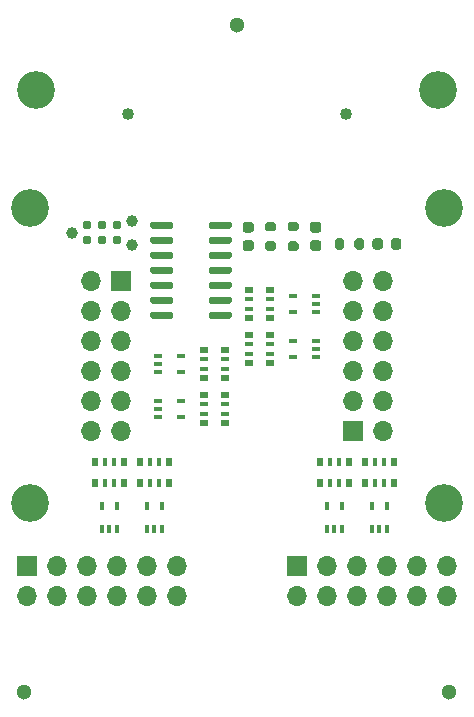
<source format=gbr>
%TF.GenerationSoftware,KiCad,Pcbnew,(5.1.9-0-10_14)*%
%TF.CreationDate,2021-01-17T14:25:06+01:00*%
%TF.ProjectId,SYZYGY-PMOD4,53595a59-4759-42d5-904d-4f44342e6b69,rev?*%
%TF.SameCoordinates,Original*%
%TF.FileFunction,Soldermask,Top*%
%TF.FilePolarity,Negative*%
%FSLAX46Y46*%
G04 Gerber Fmt 4.6, Leading zero omitted, Abs format (unit mm)*
G04 Created by KiCad (PCBNEW (5.1.9-0-10_14)) date 2021-01-17 14:25:06*
%MOMM*%
%LPD*%
G01*
G04 APERTURE LIST*
%ADD10R,0.500000X0.800000*%
%ADD11R,0.400000X0.800000*%
%ADD12R,0.650000X0.400000*%
%ADD13R,0.400000X0.650000*%
%ADD14C,1.300000*%
%ADD15R,0.800000X0.500000*%
%ADD16R,0.800000X0.400000*%
%ADD17C,0.787400*%
%ADD18C,0.990600*%
%ADD19O,1.700000X1.700000*%
%ADD20R,1.700000X1.700000*%
%ADD21C,3.200000*%
%ADD22C,1.016000*%
G04 APERTURE END LIST*
%TO.C,U1*%
G36*
G01*
X147625000Y-77607500D02*
X147625000Y-77307500D01*
G75*
G02*
X147775000Y-77157500I150000J0D01*
G01*
X149425000Y-77157500D01*
G75*
G02*
X149575000Y-77307500I0J-150000D01*
G01*
X149575000Y-77607500D01*
G75*
G02*
X149425000Y-77757500I-150000J0D01*
G01*
X147775000Y-77757500D01*
G75*
G02*
X147625000Y-77607500I0J150000D01*
G01*
G37*
G36*
G01*
X147625000Y-78877500D02*
X147625000Y-78577500D01*
G75*
G02*
X147775000Y-78427500I150000J0D01*
G01*
X149425000Y-78427500D01*
G75*
G02*
X149575000Y-78577500I0J-150000D01*
G01*
X149575000Y-78877500D01*
G75*
G02*
X149425000Y-79027500I-150000J0D01*
G01*
X147775000Y-79027500D01*
G75*
G02*
X147625000Y-78877500I0J150000D01*
G01*
G37*
G36*
G01*
X147625000Y-80147500D02*
X147625000Y-79847500D01*
G75*
G02*
X147775000Y-79697500I150000J0D01*
G01*
X149425000Y-79697500D01*
G75*
G02*
X149575000Y-79847500I0J-150000D01*
G01*
X149575000Y-80147500D01*
G75*
G02*
X149425000Y-80297500I-150000J0D01*
G01*
X147775000Y-80297500D01*
G75*
G02*
X147625000Y-80147500I0J150000D01*
G01*
G37*
G36*
G01*
X147625000Y-81417500D02*
X147625000Y-81117500D01*
G75*
G02*
X147775000Y-80967500I150000J0D01*
G01*
X149425000Y-80967500D01*
G75*
G02*
X149575000Y-81117500I0J-150000D01*
G01*
X149575000Y-81417500D01*
G75*
G02*
X149425000Y-81567500I-150000J0D01*
G01*
X147775000Y-81567500D01*
G75*
G02*
X147625000Y-81417500I0J150000D01*
G01*
G37*
G36*
G01*
X147625000Y-82687500D02*
X147625000Y-82387500D01*
G75*
G02*
X147775000Y-82237500I150000J0D01*
G01*
X149425000Y-82237500D01*
G75*
G02*
X149575000Y-82387500I0J-150000D01*
G01*
X149575000Y-82687500D01*
G75*
G02*
X149425000Y-82837500I-150000J0D01*
G01*
X147775000Y-82837500D01*
G75*
G02*
X147625000Y-82687500I0J150000D01*
G01*
G37*
G36*
G01*
X147625000Y-83957500D02*
X147625000Y-83657500D01*
G75*
G02*
X147775000Y-83507500I150000J0D01*
G01*
X149425000Y-83507500D01*
G75*
G02*
X149575000Y-83657500I0J-150000D01*
G01*
X149575000Y-83957500D01*
G75*
G02*
X149425000Y-84107500I-150000J0D01*
G01*
X147775000Y-84107500D01*
G75*
G02*
X147625000Y-83957500I0J150000D01*
G01*
G37*
G36*
G01*
X147625000Y-85227500D02*
X147625000Y-84927500D01*
G75*
G02*
X147775000Y-84777500I150000J0D01*
G01*
X149425000Y-84777500D01*
G75*
G02*
X149575000Y-84927500I0J-150000D01*
G01*
X149575000Y-85227500D01*
G75*
G02*
X149425000Y-85377500I-150000J0D01*
G01*
X147775000Y-85377500D01*
G75*
G02*
X147625000Y-85227500I0J150000D01*
G01*
G37*
G36*
G01*
X142675000Y-85227500D02*
X142675000Y-84927500D01*
G75*
G02*
X142825000Y-84777500I150000J0D01*
G01*
X144475000Y-84777500D01*
G75*
G02*
X144625000Y-84927500I0J-150000D01*
G01*
X144625000Y-85227500D01*
G75*
G02*
X144475000Y-85377500I-150000J0D01*
G01*
X142825000Y-85377500D01*
G75*
G02*
X142675000Y-85227500I0J150000D01*
G01*
G37*
G36*
G01*
X142675000Y-83957500D02*
X142675000Y-83657500D01*
G75*
G02*
X142825000Y-83507500I150000J0D01*
G01*
X144475000Y-83507500D01*
G75*
G02*
X144625000Y-83657500I0J-150000D01*
G01*
X144625000Y-83957500D01*
G75*
G02*
X144475000Y-84107500I-150000J0D01*
G01*
X142825000Y-84107500D01*
G75*
G02*
X142675000Y-83957500I0J150000D01*
G01*
G37*
G36*
G01*
X142675000Y-82687500D02*
X142675000Y-82387500D01*
G75*
G02*
X142825000Y-82237500I150000J0D01*
G01*
X144475000Y-82237500D01*
G75*
G02*
X144625000Y-82387500I0J-150000D01*
G01*
X144625000Y-82687500D01*
G75*
G02*
X144475000Y-82837500I-150000J0D01*
G01*
X142825000Y-82837500D01*
G75*
G02*
X142675000Y-82687500I0J150000D01*
G01*
G37*
G36*
G01*
X142675000Y-81417500D02*
X142675000Y-81117500D01*
G75*
G02*
X142825000Y-80967500I150000J0D01*
G01*
X144475000Y-80967500D01*
G75*
G02*
X144625000Y-81117500I0J-150000D01*
G01*
X144625000Y-81417500D01*
G75*
G02*
X144475000Y-81567500I-150000J0D01*
G01*
X142825000Y-81567500D01*
G75*
G02*
X142675000Y-81417500I0J150000D01*
G01*
G37*
G36*
G01*
X142675000Y-80147500D02*
X142675000Y-79847500D01*
G75*
G02*
X142825000Y-79697500I150000J0D01*
G01*
X144475000Y-79697500D01*
G75*
G02*
X144625000Y-79847500I0J-150000D01*
G01*
X144625000Y-80147500D01*
G75*
G02*
X144475000Y-80297500I-150000J0D01*
G01*
X142825000Y-80297500D01*
G75*
G02*
X142675000Y-80147500I0J150000D01*
G01*
G37*
G36*
G01*
X142675000Y-78877500D02*
X142675000Y-78577500D01*
G75*
G02*
X142825000Y-78427500I150000J0D01*
G01*
X144475000Y-78427500D01*
G75*
G02*
X144625000Y-78577500I0J-150000D01*
G01*
X144625000Y-78877500D01*
G75*
G02*
X144475000Y-79027500I-150000J0D01*
G01*
X142825000Y-79027500D01*
G75*
G02*
X142675000Y-78877500I0J150000D01*
G01*
G37*
G36*
G01*
X142675000Y-77607500D02*
X142675000Y-77307500D01*
G75*
G02*
X142825000Y-77157500I150000J0D01*
G01*
X144475000Y-77157500D01*
G75*
G02*
X144625000Y-77307500I0J-150000D01*
G01*
X144625000Y-77607500D01*
G75*
G02*
X144475000Y-77757500I-150000J0D01*
G01*
X142825000Y-77757500D01*
G75*
G02*
X142675000Y-77607500I0J150000D01*
G01*
G37*
%TD*%
D10*
%TO.C,RN2*%
X141815000Y-99312500D03*
D11*
X142615000Y-99312500D03*
D10*
X144215000Y-99312500D03*
D11*
X143415000Y-99312500D03*
D10*
X141815000Y-97512500D03*
D11*
X143415000Y-97512500D03*
X142615000Y-97512500D03*
D10*
X144215000Y-97512500D03*
%TD*%
D12*
%TO.C,D8*%
X154765000Y-84775000D03*
X154765000Y-83475000D03*
X156665000Y-84125000D03*
X156665000Y-83475000D03*
X156665000Y-84775000D03*
%TD*%
%TO.C,D7*%
X154765000Y-88585000D03*
X154765000Y-87285000D03*
X156665000Y-87935000D03*
X156665000Y-87285000D03*
X156665000Y-88585000D03*
%TD*%
%TO.C,D6*%
X145235000Y-92365000D03*
X145235000Y-93665000D03*
X143335000Y-93015000D03*
X143335000Y-93665000D03*
X143335000Y-92365000D03*
%TD*%
%TO.C,D5*%
X145235000Y-88555000D03*
X145235000Y-89855000D03*
X143335000Y-89205000D03*
X143335000Y-89855000D03*
X143335000Y-88555000D03*
%TD*%
D13*
%TO.C,D4*%
X161415000Y-101272500D03*
X162715000Y-101272500D03*
X162065000Y-103172500D03*
X162715000Y-103172500D03*
X161415000Y-103172500D03*
%TD*%
%TO.C,D3*%
X157605000Y-101272500D03*
X158905000Y-101272500D03*
X158255000Y-103172500D03*
X158905000Y-103172500D03*
X157605000Y-103172500D03*
%TD*%
%TO.C,D2*%
X142365000Y-101272500D03*
X143665000Y-101272500D03*
X143015000Y-103172500D03*
X143665000Y-103172500D03*
X142365000Y-103172500D03*
%TD*%
%TO.C,D1*%
X138555000Y-101272500D03*
X139855000Y-101272500D03*
X139205000Y-103172500D03*
X139855000Y-103172500D03*
X138555000Y-103172500D03*
%TD*%
D14*
%TO.C,REF\u002A\u002A*%
X150000000Y-60500000D03*
%TD*%
%TO.C,REF\u002A\u002A*%
X168000000Y-117000000D03*
%TD*%
%TO.C,REF\u002A\u002A*%
X132000000Y-117000000D03*
%TD*%
D10*
%TO.C,RN4*%
X160865000Y-99312500D03*
D11*
X161665000Y-99312500D03*
D10*
X163265000Y-99312500D03*
D11*
X162465000Y-99312500D03*
D10*
X160865000Y-97512500D03*
D11*
X162465000Y-97512500D03*
X161665000Y-97512500D03*
D10*
X163265000Y-97512500D03*
%TD*%
D15*
%TO.C,RN8*%
X152805000Y-85325000D03*
D16*
X152805000Y-84525000D03*
D15*
X152805000Y-82925000D03*
D16*
X152805000Y-83725000D03*
D15*
X151005000Y-85325000D03*
D16*
X151005000Y-83725000D03*
X151005000Y-84525000D03*
D15*
X151005000Y-82925000D03*
%TD*%
%TO.C,RN7*%
X152805000Y-89135000D03*
D16*
X152805000Y-88335000D03*
D15*
X152805000Y-86735000D03*
D16*
X152805000Y-87535000D03*
D15*
X151005000Y-89135000D03*
D16*
X151005000Y-87535000D03*
X151005000Y-88335000D03*
D15*
X151005000Y-86735000D03*
%TD*%
%TO.C,RN6*%
X147195000Y-91815000D03*
D16*
X147195000Y-92615000D03*
D15*
X147195000Y-94215000D03*
D16*
X147195000Y-93415000D03*
D15*
X148995000Y-91815000D03*
D16*
X148995000Y-93415000D03*
X148995000Y-92615000D03*
D15*
X148995000Y-94215000D03*
%TD*%
%TO.C,RN5*%
X147195000Y-88005000D03*
D16*
X147195000Y-88805000D03*
D15*
X147195000Y-90405000D03*
D16*
X147195000Y-89605000D03*
D15*
X148995000Y-88005000D03*
D16*
X148995000Y-89605000D03*
X148995000Y-88805000D03*
D15*
X148995000Y-90405000D03*
%TD*%
D10*
%TO.C,RN3*%
X157055000Y-99312500D03*
D11*
X157855000Y-99312500D03*
D10*
X159455000Y-99312500D03*
D11*
X158655000Y-99312500D03*
D10*
X157055000Y-97512500D03*
D11*
X158655000Y-97512500D03*
X157855000Y-97512500D03*
D10*
X159455000Y-97512500D03*
%TD*%
%TO.C,RN1*%
X138005000Y-99312500D03*
D11*
X138805000Y-99312500D03*
D10*
X140405000Y-99312500D03*
D11*
X139605000Y-99312500D03*
D10*
X138005000Y-97512500D03*
D11*
X139605000Y-97512500D03*
X138805000Y-97512500D03*
D10*
X140405000Y-97512500D03*
%TD*%
%TO.C,R3*%
G36*
G01*
X152582500Y-78835000D02*
X153132500Y-78835000D01*
G75*
G02*
X153332500Y-79035000I0J-200000D01*
G01*
X153332500Y-79435000D01*
G75*
G02*
X153132500Y-79635000I-200000J0D01*
G01*
X152582500Y-79635000D01*
G75*
G02*
X152382500Y-79435000I0J200000D01*
G01*
X152382500Y-79035000D01*
G75*
G02*
X152582500Y-78835000I200000J0D01*
G01*
G37*
G36*
G01*
X152582500Y-77185000D02*
X153132500Y-77185000D01*
G75*
G02*
X153332500Y-77385000I0J-200000D01*
G01*
X153332500Y-77785000D01*
G75*
G02*
X153132500Y-77985000I-200000J0D01*
G01*
X152582500Y-77985000D01*
G75*
G02*
X152382500Y-77785000I0J200000D01*
G01*
X152382500Y-77385000D01*
G75*
G02*
X152582500Y-77185000I200000J0D01*
G01*
G37*
%TD*%
%TO.C,R2*%
G36*
G01*
X159950000Y-79320000D02*
X159950000Y-78770000D01*
G75*
G02*
X160150000Y-78570000I200000J0D01*
G01*
X160550000Y-78570000D01*
G75*
G02*
X160750000Y-78770000I0J-200000D01*
G01*
X160750000Y-79320000D01*
G75*
G02*
X160550000Y-79520000I-200000J0D01*
G01*
X160150000Y-79520000D01*
G75*
G02*
X159950000Y-79320000I0J200000D01*
G01*
G37*
G36*
G01*
X158300000Y-79320000D02*
X158300000Y-78770000D01*
G75*
G02*
X158500000Y-78570000I200000J0D01*
G01*
X158900000Y-78570000D01*
G75*
G02*
X159100000Y-78770000I0J-200000D01*
G01*
X159100000Y-79320000D01*
G75*
G02*
X158900000Y-79520000I-200000J0D01*
G01*
X158500000Y-79520000D01*
G75*
G02*
X158300000Y-79320000I0J200000D01*
G01*
G37*
%TD*%
%TO.C,R1*%
G36*
G01*
X155037500Y-77985000D02*
X154487500Y-77985000D01*
G75*
G02*
X154287500Y-77785000I0J200000D01*
G01*
X154287500Y-77385000D01*
G75*
G02*
X154487500Y-77185000I200000J0D01*
G01*
X155037500Y-77185000D01*
G75*
G02*
X155237500Y-77385000I0J-200000D01*
G01*
X155237500Y-77785000D01*
G75*
G02*
X155037500Y-77985000I-200000J0D01*
G01*
G37*
G36*
G01*
X155037500Y-79635000D02*
X154487500Y-79635000D01*
G75*
G02*
X154287500Y-79435000I0J200000D01*
G01*
X154287500Y-79035000D01*
G75*
G02*
X154487500Y-78835000I200000J0D01*
G01*
X155037500Y-78835000D01*
G75*
G02*
X155237500Y-79035000I0J-200000D01*
G01*
X155237500Y-79435000D01*
G75*
G02*
X155037500Y-79635000I-200000J0D01*
G01*
G37*
%TD*%
D17*
%TO.C,J6*%
X139840000Y-77457500D03*
X139840000Y-78727500D03*
X138570000Y-77457500D03*
X138570000Y-78727500D03*
X137300000Y-77457500D03*
X137300000Y-78727500D03*
D18*
X136030000Y-78092500D03*
X141110000Y-79108500D03*
X141110000Y-77076500D03*
%TD*%
D19*
%TO.C,J4*%
X162340000Y-82220000D03*
X159800000Y-82220000D03*
X162340000Y-84760000D03*
X159800000Y-84760000D03*
X162340000Y-87300000D03*
X159800000Y-87300000D03*
X162340000Y-89840000D03*
X159800000Y-89840000D03*
X162340000Y-92380000D03*
X159800000Y-92380000D03*
X162340000Y-94920000D03*
D20*
X159800000Y-94920000D03*
%TD*%
D19*
%TO.C,J3*%
X137660000Y-94920000D03*
X140200000Y-94920000D03*
X137660000Y-92380000D03*
X140200000Y-92380000D03*
X137660000Y-89840000D03*
X140200000Y-89840000D03*
X137660000Y-87300000D03*
X140200000Y-87300000D03*
X137660000Y-84760000D03*
X140200000Y-84760000D03*
X137660000Y-82220000D03*
D20*
X140200000Y-82220000D03*
%TD*%
D19*
%TO.C,J2*%
X167780000Y-108840000D03*
X167780000Y-106300000D03*
X165240000Y-108840000D03*
X165240000Y-106300000D03*
X162700000Y-108840000D03*
X162700000Y-106300000D03*
X160160000Y-108840000D03*
X160160000Y-106300000D03*
X157620000Y-108840000D03*
X157620000Y-106300000D03*
X155080000Y-108840000D03*
D20*
X155080000Y-106300000D03*
%TD*%
D19*
%TO.C,J1*%
X144920000Y-108840000D03*
X144920000Y-106300000D03*
X142380000Y-108840000D03*
X142380000Y-106300000D03*
X139840000Y-108840000D03*
X139840000Y-106300000D03*
X137300000Y-108840000D03*
X137300000Y-106300000D03*
X134760000Y-108840000D03*
X134760000Y-106300000D03*
X132220000Y-108840000D03*
D20*
X132220000Y-106300000D03*
%TD*%
%TO.C,D9*%
G36*
G01*
X162350000Y-78788750D02*
X162350000Y-79301250D01*
G75*
G02*
X162131250Y-79520000I-218750J0D01*
G01*
X161693750Y-79520000D01*
G75*
G02*
X161475000Y-79301250I0J218750D01*
G01*
X161475000Y-78788750D01*
G75*
G02*
X161693750Y-78570000I218750J0D01*
G01*
X162131250Y-78570000D01*
G75*
G02*
X162350000Y-78788750I0J-218750D01*
G01*
G37*
G36*
G01*
X163925000Y-78788750D02*
X163925000Y-79301250D01*
G75*
G02*
X163706250Y-79520000I-218750J0D01*
G01*
X163268750Y-79520000D01*
G75*
G02*
X163050000Y-79301250I0J218750D01*
G01*
X163050000Y-78788750D01*
G75*
G02*
X163268750Y-78570000I218750J0D01*
G01*
X163706250Y-78570000D01*
G75*
G02*
X163925000Y-78788750I0J-218750D01*
G01*
G37*
%TD*%
%TO.C,C2*%
G36*
G01*
X156417500Y-78735000D02*
X156917500Y-78735000D01*
G75*
G02*
X157142500Y-78960000I0J-225000D01*
G01*
X157142500Y-79410000D01*
G75*
G02*
X156917500Y-79635000I-225000J0D01*
G01*
X156417500Y-79635000D01*
G75*
G02*
X156192500Y-79410000I0J225000D01*
G01*
X156192500Y-78960000D01*
G75*
G02*
X156417500Y-78735000I225000J0D01*
G01*
G37*
G36*
G01*
X156417500Y-77185000D02*
X156917500Y-77185000D01*
G75*
G02*
X157142500Y-77410000I0J-225000D01*
G01*
X157142500Y-77860000D01*
G75*
G02*
X156917500Y-78085000I-225000J0D01*
G01*
X156417500Y-78085000D01*
G75*
G02*
X156192500Y-77860000I0J225000D01*
G01*
X156192500Y-77410000D01*
G75*
G02*
X156417500Y-77185000I225000J0D01*
G01*
G37*
%TD*%
%TO.C,C1*%
G36*
G01*
X151202500Y-78085000D02*
X150702500Y-78085000D01*
G75*
G02*
X150477500Y-77860000I0J225000D01*
G01*
X150477500Y-77410000D01*
G75*
G02*
X150702500Y-77185000I225000J0D01*
G01*
X151202500Y-77185000D01*
G75*
G02*
X151427500Y-77410000I0J-225000D01*
G01*
X151427500Y-77860000D01*
G75*
G02*
X151202500Y-78085000I-225000J0D01*
G01*
G37*
G36*
G01*
X151202500Y-79635000D02*
X150702500Y-79635000D01*
G75*
G02*
X150477500Y-79410000I0J225000D01*
G01*
X150477500Y-78960000D01*
G75*
G02*
X150702500Y-78735000I225000J0D01*
G01*
X151202500Y-78735000D01*
G75*
G02*
X151427500Y-78960000I0J-225000D01*
G01*
X151427500Y-79410000D01*
G75*
G02*
X151202500Y-79635000I-225000J0D01*
G01*
G37*
%TD*%
D21*
%TO.C,REF\u002A\u002A*%
X167500000Y-101000000D03*
%TD*%
%TO.C,REF\u002A\u002A*%
X132500000Y-101000000D03*
%TD*%
%TO.C,REF\u002A\u002A*%
X167500000Y-76000000D03*
%TD*%
%TO.C,REF\u002A\u002A*%
X132500000Y-76000000D03*
%TD*%
%TO.C,REF\u002A\u002A*%
X167000000Y-66000000D03*
%TD*%
%TO.C,REF\u002A\u002A*%
X133000000Y-66000000D03*
%TD*%
D22*
%TO.C,J5*%
X140760000Y-68040000D03*
X159240000Y-68040000D03*
%TD*%
M02*

</source>
